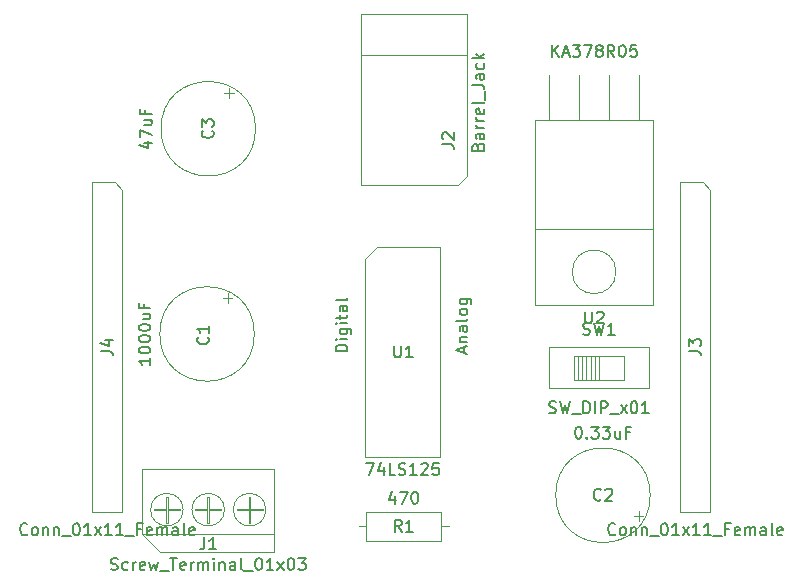
<source format=gbr>
G04 #@! TF.GenerationSoftware,KiCad,Pcbnew,(5.1.4)-1*
G04 #@! TF.CreationDate,2020-01-24T10:01:54+01:00*
G04 #@! TF.ProjectId,PCB_NeoPixel,5043425f-4e65-46f5-9069-78656c2e6b69,rev?*
G04 #@! TF.SameCoordinates,Original*
G04 #@! TF.FileFunction,Other,Fab,Top*
%FSLAX46Y46*%
G04 Gerber Fmt 4.6, Leading zero omitted, Abs format (unit mm)*
G04 Created by KiCad (PCBNEW (5.1.4)-1) date 2020-01-24 10:01:54*
%MOMM*%
%LPD*%
G04 APERTURE LIST*
%ADD10C,0.100000*%
%ADD11C,0.150000*%
G04 APERTURE END LIST*
D10*
X120853200Y-107238800D02*
X120853200Y-79298800D01*
X123393200Y-107238800D02*
X120853200Y-107238800D01*
X123393200Y-79933800D02*
X123393200Y-107238800D01*
X122758200Y-79298800D02*
X123393200Y-79933800D01*
X120853200Y-79298800D02*
X122758200Y-79298800D01*
X170637200Y-107238800D02*
X170637200Y-79298800D01*
X173177200Y-107238800D02*
X170637200Y-107238800D01*
X173177200Y-79933800D02*
X173177200Y-107238800D01*
X172542200Y-79298800D02*
X173177200Y-79933800D01*
X170637200Y-79298800D02*
X172542200Y-79298800D01*
X143967200Y-85797900D02*
X144967200Y-84797900D01*
X143967200Y-102577900D02*
X143967200Y-85797900D01*
X150317200Y-102577900D02*
X143967200Y-102577900D01*
X150317200Y-84797900D02*
X150317200Y-102577900D01*
X144967200Y-84797900D02*
X150317200Y-84797900D01*
X159478400Y-93271200D02*
X159478400Y-96771200D01*
X167978400Y-96771200D02*
X159478400Y-96771200D01*
X167978400Y-93271200D02*
X167978400Y-96771200D01*
X159478400Y-93271200D02*
X167978400Y-93271200D01*
X163378400Y-94021200D02*
X163378400Y-96021200D01*
X163028400Y-94021200D02*
X163028400Y-96021200D01*
X162678400Y-94021200D02*
X162678400Y-96021200D01*
X162328400Y-94021200D02*
X162328400Y-96021200D01*
X161978400Y-94021200D02*
X161978400Y-96021200D01*
X163728400Y-94021200D02*
X163728400Y-96021200D01*
X161628400Y-94021200D02*
X161628400Y-96021200D01*
X165828400Y-96021200D02*
X161628400Y-96021200D01*
X165828400Y-94021200D02*
X165828400Y-96021200D01*
X161628400Y-94021200D02*
X165828400Y-94021200D01*
X159512000Y-74053700D02*
X159512000Y-70243700D01*
X162052000Y-74053700D02*
X162052000Y-70243700D01*
X164592000Y-74053700D02*
X164592000Y-70243700D01*
X167132000Y-74053700D02*
X167132000Y-70243700D01*
X158322000Y-74053700D02*
X168322000Y-74053700D01*
X158322000Y-83303700D02*
X158322000Y-74053700D01*
X168322000Y-83303700D02*
X158322000Y-83303700D01*
X168322000Y-74053700D02*
X168322000Y-83303700D01*
X158322000Y-83303700D02*
X168322000Y-83303700D01*
X158322000Y-89703700D02*
X158322000Y-83303700D01*
X168322000Y-89703700D02*
X158322000Y-89703700D01*
X168322000Y-83303700D02*
X168322000Y-89703700D01*
X165172000Y-86903700D02*
G75*
G03X165172000Y-86903700I-1850000J0D01*
G01*
X143383000Y-108445300D02*
X144043000Y-108445300D01*
X151003000Y-108445300D02*
X150343000Y-108445300D01*
X144043000Y-109695300D02*
X150343000Y-109695300D01*
X144043000Y-107195300D02*
X144043000Y-109695300D01*
X150343000Y-107195300D02*
X144043000Y-107195300D01*
X150343000Y-109695300D02*
X150343000Y-107195300D01*
X152556600Y-78771000D02*
X152556600Y-65071000D01*
X143556600Y-79571000D02*
X151806600Y-79571000D01*
X143556600Y-65071000D02*
X143556600Y-79571000D01*
X152556600Y-65071000D02*
X143556600Y-65071000D01*
X152556600Y-68571000D02*
X143556600Y-68571000D01*
X152562025Y-78767787D02*
X151806600Y-79571000D01*
X133052400Y-107104600D02*
X133052400Y-106966600D01*
X134083400Y-107104600D02*
X133052400Y-107104600D01*
X134083400Y-108135600D02*
X134083400Y-107104600D01*
X134221400Y-108135600D02*
X134083400Y-108135600D01*
X134221400Y-107104600D02*
X134221400Y-108135600D01*
X135252400Y-107104600D02*
X134221400Y-107104600D01*
X135252400Y-106966600D02*
X135252400Y-107104600D01*
X134221400Y-106966600D02*
X135252400Y-106966600D01*
X134221400Y-105935600D02*
X134221400Y-106966600D01*
X134083400Y-105935600D02*
X134221400Y-105935600D01*
X134083400Y-106966600D02*
X134083400Y-105935600D01*
X133052400Y-106966600D02*
X134083400Y-106966600D01*
X129552400Y-107104600D02*
X129552400Y-106966600D01*
X130583400Y-107104600D02*
X129552400Y-107104600D01*
X130583400Y-108135600D02*
X130583400Y-107104600D01*
X130721400Y-108135600D02*
X130583400Y-108135600D01*
X130721400Y-107104600D02*
X130721400Y-108135600D01*
X131752400Y-107104600D02*
X130721400Y-107104600D01*
X131752400Y-106966600D02*
X131752400Y-107104600D01*
X130721400Y-106966600D02*
X131752400Y-106966600D01*
X130721400Y-105935600D02*
X130721400Y-106966600D01*
X130583400Y-105935600D02*
X130721400Y-105935600D01*
X130583400Y-106966600D02*
X130583400Y-105935600D01*
X129552400Y-106966600D02*
X130583400Y-106966600D01*
X126052400Y-107104600D02*
X126052400Y-106966600D01*
X127083400Y-107104600D02*
X126052400Y-107104600D01*
X127083400Y-108135600D02*
X127083400Y-107104600D01*
X127221400Y-108135600D02*
X127083400Y-108135600D01*
X127221400Y-107104600D02*
X127221400Y-108135600D01*
X128252400Y-107104600D02*
X127221400Y-107104600D01*
X128252400Y-106966600D02*
X128252400Y-107104600D01*
X127221400Y-106966600D02*
X128252400Y-106966600D01*
X127221400Y-105935600D02*
X127221400Y-106966600D01*
X127083400Y-105935600D02*
X127221400Y-105935600D01*
X127083400Y-106966600D02*
X127083400Y-105935600D01*
X126052400Y-106966600D02*
X127083400Y-106966600D01*
X125052400Y-109135600D02*
X136252400Y-109135600D01*
X125052400Y-109135600D02*
X125052400Y-103635600D01*
X126552400Y-110635600D02*
X125052400Y-109135600D01*
X136252400Y-110635600D02*
X126552400Y-110635600D01*
X136252400Y-103635600D02*
X136252400Y-110635600D01*
X125052400Y-103635600D02*
X136252400Y-103635600D01*
X135527400Y-107035600D02*
G75*
G03X135527400Y-107035600I-1375000J0D01*
G01*
X132027400Y-107035600D02*
G75*
G03X132027400Y-107035600I-1375000J0D01*
G01*
X128527400Y-107035600D02*
G75*
G03X128527400Y-107035600I-1375000J0D01*
G01*
X134657600Y-74788400D02*
G75*
G03X134657600Y-74788400I-4000000J0D01*
G01*
X132405100Y-71361641D02*
X132405100Y-72161641D01*
X132805100Y-71761641D02*
X132005100Y-71761641D01*
X167099959Y-107963900D02*
X167099959Y-107163900D01*
X167499959Y-107563900D02*
X166699959Y-107563900D01*
X168073200Y-105816400D02*
G75*
G03X168073200Y-105816400I-4000000J0D01*
G01*
X132703500Y-89135241D02*
X131903500Y-89135241D01*
X132303500Y-88735241D02*
X132303500Y-89535241D01*
X134556000Y-92162000D02*
G75*
G03X134556000Y-92162000I-4000000J0D01*
G01*
D11*
X115337485Y-109095942D02*
X115289866Y-109143561D01*
X115147009Y-109191180D01*
X115051771Y-109191180D01*
X114908914Y-109143561D01*
X114813676Y-109048323D01*
X114766057Y-108953085D01*
X114718438Y-108762609D01*
X114718438Y-108619752D01*
X114766057Y-108429276D01*
X114813676Y-108334038D01*
X114908914Y-108238800D01*
X115051771Y-108191180D01*
X115147009Y-108191180D01*
X115289866Y-108238800D01*
X115337485Y-108286419D01*
X115908914Y-109191180D02*
X115813676Y-109143561D01*
X115766057Y-109095942D01*
X115718438Y-109000704D01*
X115718438Y-108714990D01*
X115766057Y-108619752D01*
X115813676Y-108572133D01*
X115908914Y-108524514D01*
X116051771Y-108524514D01*
X116147009Y-108572133D01*
X116194628Y-108619752D01*
X116242247Y-108714990D01*
X116242247Y-109000704D01*
X116194628Y-109095942D01*
X116147009Y-109143561D01*
X116051771Y-109191180D01*
X115908914Y-109191180D01*
X116670819Y-108524514D02*
X116670819Y-109191180D01*
X116670819Y-108619752D02*
X116718438Y-108572133D01*
X116813676Y-108524514D01*
X116956533Y-108524514D01*
X117051771Y-108572133D01*
X117099390Y-108667371D01*
X117099390Y-109191180D01*
X117575580Y-108524514D02*
X117575580Y-109191180D01*
X117575580Y-108619752D02*
X117623200Y-108572133D01*
X117718438Y-108524514D01*
X117861295Y-108524514D01*
X117956533Y-108572133D01*
X118004152Y-108667371D01*
X118004152Y-109191180D01*
X118242247Y-109286419D02*
X119004152Y-109286419D01*
X119432723Y-108191180D02*
X119527961Y-108191180D01*
X119623200Y-108238800D01*
X119670819Y-108286419D01*
X119718438Y-108381657D01*
X119766057Y-108572133D01*
X119766057Y-108810228D01*
X119718438Y-109000704D01*
X119670819Y-109095942D01*
X119623200Y-109143561D01*
X119527961Y-109191180D01*
X119432723Y-109191180D01*
X119337485Y-109143561D01*
X119289866Y-109095942D01*
X119242247Y-109000704D01*
X119194628Y-108810228D01*
X119194628Y-108572133D01*
X119242247Y-108381657D01*
X119289866Y-108286419D01*
X119337485Y-108238800D01*
X119432723Y-108191180D01*
X120718438Y-109191180D02*
X120147009Y-109191180D01*
X120432723Y-109191180D02*
X120432723Y-108191180D01*
X120337485Y-108334038D01*
X120242247Y-108429276D01*
X120147009Y-108476895D01*
X121051771Y-109191180D02*
X121575580Y-108524514D01*
X121051771Y-108524514D02*
X121575580Y-109191180D01*
X122480342Y-109191180D02*
X121908914Y-109191180D01*
X122194628Y-109191180D02*
X122194628Y-108191180D01*
X122099390Y-108334038D01*
X122004152Y-108429276D01*
X121908914Y-108476895D01*
X123432723Y-109191180D02*
X122861295Y-109191180D01*
X123147009Y-109191180D02*
X123147009Y-108191180D01*
X123051771Y-108334038D01*
X122956533Y-108429276D01*
X122861295Y-108476895D01*
X123623200Y-109286419D02*
X124385104Y-109286419D01*
X124956533Y-108667371D02*
X124623200Y-108667371D01*
X124623200Y-109191180D02*
X124623200Y-108191180D01*
X125099390Y-108191180D01*
X125861295Y-109143561D02*
X125766057Y-109191180D01*
X125575580Y-109191180D01*
X125480342Y-109143561D01*
X125432723Y-109048323D01*
X125432723Y-108667371D01*
X125480342Y-108572133D01*
X125575580Y-108524514D01*
X125766057Y-108524514D01*
X125861295Y-108572133D01*
X125908914Y-108667371D01*
X125908914Y-108762609D01*
X125432723Y-108857847D01*
X126337485Y-109191180D02*
X126337485Y-108524514D01*
X126337485Y-108619752D02*
X126385104Y-108572133D01*
X126480342Y-108524514D01*
X126623200Y-108524514D01*
X126718438Y-108572133D01*
X126766057Y-108667371D01*
X126766057Y-109191180D01*
X126766057Y-108667371D02*
X126813676Y-108572133D01*
X126908914Y-108524514D01*
X127051771Y-108524514D01*
X127147009Y-108572133D01*
X127194628Y-108667371D01*
X127194628Y-109191180D01*
X128099390Y-109191180D02*
X128099390Y-108667371D01*
X128051771Y-108572133D01*
X127956533Y-108524514D01*
X127766057Y-108524514D01*
X127670819Y-108572133D01*
X128099390Y-109143561D02*
X128004152Y-109191180D01*
X127766057Y-109191180D01*
X127670819Y-109143561D01*
X127623200Y-109048323D01*
X127623200Y-108953085D01*
X127670819Y-108857847D01*
X127766057Y-108810228D01*
X128004152Y-108810228D01*
X128099390Y-108762609D01*
X128718438Y-109191180D02*
X128623200Y-109143561D01*
X128575580Y-109048323D01*
X128575580Y-108191180D01*
X129480342Y-109143561D02*
X129385104Y-109191180D01*
X129194628Y-109191180D01*
X129099390Y-109143561D01*
X129051771Y-109048323D01*
X129051771Y-108667371D01*
X129099390Y-108572133D01*
X129194628Y-108524514D01*
X129385104Y-108524514D01*
X129480342Y-108572133D01*
X129527961Y-108667371D01*
X129527961Y-108762609D01*
X129051771Y-108857847D01*
X121575580Y-93602133D02*
X122289866Y-93602133D01*
X122432723Y-93649752D01*
X122527961Y-93744990D01*
X122575580Y-93887847D01*
X122575580Y-93983085D01*
X121908914Y-92697371D02*
X122575580Y-92697371D01*
X121527961Y-92935466D02*
X122242247Y-93173561D01*
X122242247Y-92554514D01*
X165121485Y-109095942D02*
X165073866Y-109143561D01*
X164931009Y-109191180D01*
X164835771Y-109191180D01*
X164692914Y-109143561D01*
X164597676Y-109048323D01*
X164550057Y-108953085D01*
X164502438Y-108762609D01*
X164502438Y-108619752D01*
X164550057Y-108429276D01*
X164597676Y-108334038D01*
X164692914Y-108238800D01*
X164835771Y-108191180D01*
X164931009Y-108191180D01*
X165073866Y-108238800D01*
X165121485Y-108286419D01*
X165692914Y-109191180D02*
X165597676Y-109143561D01*
X165550057Y-109095942D01*
X165502438Y-109000704D01*
X165502438Y-108714990D01*
X165550057Y-108619752D01*
X165597676Y-108572133D01*
X165692914Y-108524514D01*
X165835771Y-108524514D01*
X165931009Y-108572133D01*
X165978628Y-108619752D01*
X166026247Y-108714990D01*
X166026247Y-109000704D01*
X165978628Y-109095942D01*
X165931009Y-109143561D01*
X165835771Y-109191180D01*
X165692914Y-109191180D01*
X166454819Y-108524514D02*
X166454819Y-109191180D01*
X166454819Y-108619752D02*
X166502438Y-108572133D01*
X166597676Y-108524514D01*
X166740533Y-108524514D01*
X166835771Y-108572133D01*
X166883390Y-108667371D01*
X166883390Y-109191180D01*
X167359580Y-108524514D02*
X167359580Y-109191180D01*
X167359580Y-108619752D02*
X167407200Y-108572133D01*
X167502438Y-108524514D01*
X167645295Y-108524514D01*
X167740533Y-108572133D01*
X167788152Y-108667371D01*
X167788152Y-109191180D01*
X168026247Y-109286419D02*
X168788152Y-109286419D01*
X169216723Y-108191180D02*
X169311961Y-108191180D01*
X169407200Y-108238800D01*
X169454819Y-108286419D01*
X169502438Y-108381657D01*
X169550057Y-108572133D01*
X169550057Y-108810228D01*
X169502438Y-109000704D01*
X169454819Y-109095942D01*
X169407200Y-109143561D01*
X169311961Y-109191180D01*
X169216723Y-109191180D01*
X169121485Y-109143561D01*
X169073866Y-109095942D01*
X169026247Y-109000704D01*
X168978628Y-108810228D01*
X168978628Y-108572133D01*
X169026247Y-108381657D01*
X169073866Y-108286419D01*
X169121485Y-108238800D01*
X169216723Y-108191180D01*
X170502438Y-109191180D02*
X169931009Y-109191180D01*
X170216723Y-109191180D02*
X170216723Y-108191180D01*
X170121485Y-108334038D01*
X170026247Y-108429276D01*
X169931009Y-108476895D01*
X170835771Y-109191180D02*
X171359580Y-108524514D01*
X170835771Y-108524514D02*
X171359580Y-109191180D01*
X172264342Y-109191180D02*
X171692914Y-109191180D01*
X171978628Y-109191180D02*
X171978628Y-108191180D01*
X171883390Y-108334038D01*
X171788152Y-108429276D01*
X171692914Y-108476895D01*
X173216723Y-109191180D02*
X172645295Y-109191180D01*
X172931009Y-109191180D02*
X172931009Y-108191180D01*
X172835771Y-108334038D01*
X172740533Y-108429276D01*
X172645295Y-108476895D01*
X173407200Y-109286419D02*
X174169104Y-109286419D01*
X174740533Y-108667371D02*
X174407200Y-108667371D01*
X174407200Y-109191180D02*
X174407200Y-108191180D01*
X174883390Y-108191180D01*
X175645295Y-109143561D02*
X175550057Y-109191180D01*
X175359580Y-109191180D01*
X175264342Y-109143561D01*
X175216723Y-109048323D01*
X175216723Y-108667371D01*
X175264342Y-108572133D01*
X175359580Y-108524514D01*
X175550057Y-108524514D01*
X175645295Y-108572133D01*
X175692914Y-108667371D01*
X175692914Y-108762609D01*
X175216723Y-108857847D01*
X176121485Y-109191180D02*
X176121485Y-108524514D01*
X176121485Y-108619752D02*
X176169104Y-108572133D01*
X176264342Y-108524514D01*
X176407200Y-108524514D01*
X176502438Y-108572133D01*
X176550057Y-108667371D01*
X176550057Y-109191180D01*
X176550057Y-108667371D02*
X176597676Y-108572133D01*
X176692914Y-108524514D01*
X176835771Y-108524514D01*
X176931009Y-108572133D01*
X176978628Y-108667371D01*
X176978628Y-109191180D01*
X177883390Y-109191180D02*
X177883390Y-108667371D01*
X177835771Y-108572133D01*
X177740533Y-108524514D01*
X177550057Y-108524514D01*
X177454819Y-108572133D01*
X177883390Y-109143561D02*
X177788152Y-109191180D01*
X177550057Y-109191180D01*
X177454819Y-109143561D01*
X177407200Y-109048323D01*
X177407200Y-108953085D01*
X177454819Y-108857847D01*
X177550057Y-108810228D01*
X177788152Y-108810228D01*
X177883390Y-108762609D01*
X178502438Y-109191180D02*
X178407200Y-109143561D01*
X178359580Y-109048323D01*
X178359580Y-108191180D01*
X179264342Y-109143561D02*
X179169104Y-109191180D01*
X178978628Y-109191180D01*
X178883390Y-109143561D01*
X178835771Y-109048323D01*
X178835771Y-108667371D01*
X178883390Y-108572133D01*
X178978628Y-108524514D01*
X179169104Y-108524514D01*
X179264342Y-108572133D01*
X179311961Y-108667371D01*
X179311961Y-108762609D01*
X178835771Y-108857847D01*
X171359580Y-93602133D02*
X172073866Y-93602133D01*
X172216723Y-93649752D01*
X172311961Y-93744990D01*
X172359580Y-93887847D01*
X172359580Y-93983085D01*
X171359580Y-93221180D02*
X171359580Y-92602133D01*
X171740533Y-92935466D01*
X171740533Y-92792609D01*
X171788152Y-92697371D01*
X171835771Y-92649752D01*
X171931009Y-92602133D01*
X172169104Y-92602133D01*
X172264342Y-92649752D01*
X172311961Y-92697371D01*
X172359580Y-92792609D01*
X172359580Y-93078323D01*
X172311961Y-93173561D01*
X172264342Y-93221180D01*
X144023152Y-103090280D02*
X144689819Y-103090280D01*
X144261247Y-104090280D01*
X145499342Y-103423614D02*
X145499342Y-104090280D01*
X145261247Y-103042661D02*
X145023152Y-103756947D01*
X145642200Y-103756947D01*
X146499342Y-104090280D02*
X146023152Y-104090280D01*
X146023152Y-103090280D01*
X146785057Y-104042661D02*
X146927914Y-104090280D01*
X147166009Y-104090280D01*
X147261247Y-104042661D01*
X147308866Y-103995042D01*
X147356485Y-103899804D01*
X147356485Y-103804566D01*
X147308866Y-103709328D01*
X147261247Y-103661709D01*
X147166009Y-103614090D01*
X146975533Y-103566471D01*
X146880295Y-103518852D01*
X146832676Y-103471233D01*
X146785057Y-103375995D01*
X146785057Y-103280757D01*
X146832676Y-103185519D01*
X146880295Y-103137900D01*
X146975533Y-103090280D01*
X147213628Y-103090280D01*
X147356485Y-103137900D01*
X148308866Y-104090280D02*
X147737438Y-104090280D01*
X148023152Y-104090280D02*
X148023152Y-103090280D01*
X147927914Y-103233138D01*
X147832676Y-103328376D01*
X147737438Y-103375995D01*
X148689819Y-103185519D02*
X148737438Y-103137900D01*
X148832676Y-103090280D01*
X149070771Y-103090280D01*
X149166009Y-103137900D01*
X149213628Y-103185519D01*
X149261247Y-103280757D01*
X149261247Y-103375995D01*
X149213628Y-103518852D01*
X148642200Y-104090280D01*
X149261247Y-104090280D01*
X150166009Y-103090280D02*
X149689819Y-103090280D01*
X149642200Y-103566471D01*
X149689819Y-103518852D01*
X149785057Y-103471233D01*
X150023152Y-103471233D01*
X150118390Y-103518852D01*
X150166009Y-103566471D01*
X150213628Y-103661709D01*
X150213628Y-103899804D01*
X150166009Y-103995042D01*
X150118390Y-104042661D01*
X150023152Y-104090280D01*
X149785057Y-104090280D01*
X149689819Y-104042661D01*
X149642200Y-103995042D01*
X146380295Y-93140280D02*
X146380295Y-93949804D01*
X146427914Y-94045042D01*
X146475533Y-94092661D01*
X146570771Y-94140280D01*
X146761247Y-94140280D01*
X146856485Y-94092661D01*
X146904104Y-94045042D01*
X146951723Y-93949804D01*
X146951723Y-93140280D01*
X147951723Y-94140280D02*
X147380295Y-94140280D01*
X147666009Y-94140280D02*
X147666009Y-93140280D01*
X147570771Y-93283138D01*
X147475533Y-93378376D01*
X147380295Y-93425995D01*
X159514114Y-98825961D02*
X159656971Y-98873580D01*
X159895066Y-98873580D01*
X159990304Y-98825961D01*
X160037923Y-98778342D01*
X160085542Y-98683104D01*
X160085542Y-98587866D01*
X160037923Y-98492628D01*
X159990304Y-98445009D01*
X159895066Y-98397390D01*
X159704590Y-98349771D01*
X159609352Y-98302152D01*
X159561733Y-98254533D01*
X159514114Y-98159295D01*
X159514114Y-98064057D01*
X159561733Y-97968819D01*
X159609352Y-97921200D01*
X159704590Y-97873580D01*
X159942685Y-97873580D01*
X160085542Y-97921200D01*
X160418876Y-97873580D02*
X160656971Y-98873580D01*
X160847447Y-98159295D01*
X161037923Y-98873580D01*
X161276019Y-97873580D01*
X161418876Y-98968819D02*
X162180780Y-98968819D01*
X162418876Y-98873580D02*
X162418876Y-97873580D01*
X162656971Y-97873580D01*
X162799828Y-97921200D01*
X162895066Y-98016438D01*
X162942685Y-98111676D01*
X162990304Y-98302152D01*
X162990304Y-98445009D01*
X162942685Y-98635485D01*
X162895066Y-98730723D01*
X162799828Y-98825961D01*
X162656971Y-98873580D01*
X162418876Y-98873580D01*
X163418876Y-98873580D02*
X163418876Y-97873580D01*
X163895066Y-98873580D02*
X163895066Y-97873580D01*
X164276019Y-97873580D01*
X164371257Y-97921200D01*
X164418876Y-97968819D01*
X164466495Y-98064057D01*
X164466495Y-98206914D01*
X164418876Y-98302152D01*
X164371257Y-98349771D01*
X164276019Y-98397390D01*
X163895066Y-98397390D01*
X164656971Y-98968819D02*
X165418876Y-98968819D01*
X165561733Y-98873580D02*
X166085542Y-98206914D01*
X165561733Y-98206914D02*
X166085542Y-98873580D01*
X166656971Y-97873580D02*
X166752209Y-97873580D01*
X166847447Y-97921200D01*
X166895066Y-97968819D01*
X166942685Y-98064057D01*
X166990304Y-98254533D01*
X166990304Y-98492628D01*
X166942685Y-98683104D01*
X166895066Y-98778342D01*
X166847447Y-98825961D01*
X166752209Y-98873580D01*
X166656971Y-98873580D01*
X166561733Y-98825961D01*
X166514114Y-98778342D01*
X166466495Y-98683104D01*
X166418876Y-98492628D01*
X166418876Y-98254533D01*
X166466495Y-98064057D01*
X166514114Y-97968819D01*
X166561733Y-97921200D01*
X166656971Y-97873580D01*
X167942685Y-98873580D02*
X167371257Y-98873580D01*
X167656971Y-98873580D02*
X167656971Y-97873580D01*
X167561733Y-98016438D01*
X167466495Y-98111676D01*
X167371257Y-98159295D01*
X162395066Y-92175961D02*
X162537923Y-92223580D01*
X162776019Y-92223580D01*
X162871257Y-92175961D01*
X162918876Y-92128342D01*
X162966495Y-92033104D01*
X162966495Y-91937866D01*
X162918876Y-91842628D01*
X162871257Y-91795009D01*
X162776019Y-91747390D01*
X162585542Y-91699771D01*
X162490304Y-91652152D01*
X162442685Y-91604533D01*
X162395066Y-91509295D01*
X162395066Y-91414057D01*
X162442685Y-91318819D01*
X162490304Y-91271200D01*
X162585542Y-91223580D01*
X162823638Y-91223580D01*
X162966495Y-91271200D01*
X163299828Y-91223580D02*
X163537923Y-92223580D01*
X163728400Y-91509295D01*
X163918876Y-92223580D01*
X164156971Y-91223580D01*
X165061733Y-92223580D02*
X164490304Y-92223580D01*
X164776019Y-92223580D02*
X164776019Y-91223580D01*
X164680780Y-91366438D01*
X164585542Y-91461676D01*
X164490304Y-91509295D01*
X159750571Y-68696080D02*
X159750571Y-67696080D01*
X160322000Y-68696080D02*
X159893428Y-68124652D01*
X160322000Y-67696080D02*
X159750571Y-68267509D01*
X160702952Y-68410366D02*
X161179142Y-68410366D01*
X160607714Y-68696080D02*
X160941047Y-67696080D01*
X161274380Y-68696080D01*
X161512476Y-67696080D02*
X162131523Y-67696080D01*
X161798190Y-68077033D01*
X161941047Y-68077033D01*
X162036285Y-68124652D01*
X162083904Y-68172271D01*
X162131523Y-68267509D01*
X162131523Y-68505604D01*
X162083904Y-68600842D01*
X162036285Y-68648461D01*
X161941047Y-68696080D01*
X161655333Y-68696080D01*
X161560095Y-68648461D01*
X161512476Y-68600842D01*
X162464857Y-67696080D02*
X163131523Y-67696080D01*
X162702952Y-68696080D01*
X163655333Y-68124652D02*
X163560095Y-68077033D01*
X163512476Y-68029414D01*
X163464857Y-67934176D01*
X163464857Y-67886557D01*
X163512476Y-67791319D01*
X163560095Y-67743700D01*
X163655333Y-67696080D01*
X163845809Y-67696080D01*
X163941047Y-67743700D01*
X163988666Y-67791319D01*
X164036285Y-67886557D01*
X164036285Y-67934176D01*
X163988666Y-68029414D01*
X163941047Y-68077033D01*
X163845809Y-68124652D01*
X163655333Y-68124652D01*
X163560095Y-68172271D01*
X163512476Y-68219890D01*
X163464857Y-68315128D01*
X163464857Y-68505604D01*
X163512476Y-68600842D01*
X163560095Y-68648461D01*
X163655333Y-68696080D01*
X163845809Y-68696080D01*
X163941047Y-68648461D01*
X163988666Y-68600842D01*
X164036285Y-68505604D01*
X164036285Y-68315128D01*
X163988666Y-68219890D01*
X163941047Y-68172271D01*
X163845809Y-68124652D01*
X165036285Y-68696080D02*
X164702952Y-68219890D01*
X164464857Y-68696080D02*
X164464857Y-67696080D01*
X164845809Y-67696080D01*
X164941047Y-67743700D01*
X164988666Y-67791319D01*
X165036285Y-67886557D01*
X165036285Y-68029414D01*
X164988666Y-68124652D01*
X164941047Y-68172271D01*
X164845809Y-68219890D01*
X164464857Y-68219890D01*
X165655333Y-67696080D02*
X165750571Y-67696080D01*
X165845809Y-67743700D01*
X165893428Y-67791319D01*
X165941047Y-67886557D01*
X165988666Y-68077033D01*
X165988666Y-68315128D01*
X165941047Y-68505604D01*
X165893428Y-68600842D01*
X165845809Y-68648461D01*
X165750571Y-68696080D01*
X165655333Y-68696080D01*
X165560095Y-68648461D01*
X165512476Y-68600842D01*
X165464857Y-68505604D01*
X165417238Y-68315128D01*
X165417238Y-68077033D01*
X165464857Y-67886557D01*
X165512476Y-67791319D01*
X165560095Y-67743700D01*
X165655333Y-67696080D01*
X166893428Y-67696080D02*
X166417238Y-67696080D01*
X166369619Y-68172271D01*
X166417238Y-68124652D01*
X166512476Y-68077033D01*
X166750571Y-68077033D01*
X166845809Y-68124652D01*
X166893428Y-68172271D01*
X166941047Y-68267509D01*
X166941047Y-68505604D01*
X166893428Y-68600842D01*
X166845809Y-68648461D01*
X166750571Y-68696080D01*
X166512476Y-68696080D01*
X166417238Y-68648461D01*
X166369619Y-68600842D01*
X162560095Y-90276080D02*
X162560095Y-91085604D01*
X162607714Y-91180842D01*
X162655333Y-91228461D01*
X162750571Y-91276080D01*
X162941047Y-91276080D01*
X163036285Y-91228461D01*
X163083904Y-91180842D01*
X163131523Y-91085604D01*
X163131523Y-90276080D01*
X163560095Y-90371319D02*
X163607714Y-90323700D01*
X163702952Y-90276080D01*
X163941047Y-90276080D01*
X164036285Y-90323700D01*
X164083904Y-90371319D01*
X164131523Y-90466557D01*
X164131523Y-90561795D01*
X164083904Y-90704652D01*
X163512476Y-91276080D01*
X164131523Y-91276080D01*
X146431095Y-105861014D02*
X146431095Y-106527680D01*
X146193000Y-105480061D02*
X145954904Y-106194347D01*
X146573952Y-106194347D01*
X146859666Y-105527680D02*
X147526333Y-105527680D01*
X147097761Y-106527680D01*
X148097761Y-105527680D02*
X148193000Y-105527680D01*
X148288238Y-105575300D01*
X148335857Y-105622919D01*
X148383476Y-105718157D01*
X148431095Y-105908633D01*
X148431095Y-106146728D01*
X148383476Y-106337204D01*
X148335857Y-106432442D01*
X148288238Y-106480061D01*
X148193000Y-106527680D01*
X148097761Y-106527680D01*
X148002523Y-106480061D01*
X147954904Y-106432442D01*
X147907285Y-106337204D01*
X147859666Y-106146728D01*
X147859666Y-105908633D01*
X147907285Y-105718157D01*
X147954904Y-105622919D01*
X148002523Y-105575300D01*
X148097761Y-105527680D01*
X147026333Y-108897680D02*
X146693000Y-108421490D01*
X146454904Y-108897680D02*
X146454904Y-107897680D01*
X146835857Y-107897680D01*
X146931095Y-107945300D01*
X146978714Y-107992919D01*
X147026333Y-108088157D01*
X147026333Y-108231014D01*
X146978714Y-108326252D01*
X146931095Y-108373871D01*
X146835857Y-108421490D01*
X146454904Y-108421490D01*
X147978714Y-108897680D02*
X147407285Y-108897680D01*
X147693000Y-108897680D02*
X147693000Y-107897680D01*
X147597761Y-108040538D01*
X147502523Y-108135776D01*
X147407285Y-108183395D01*
X153485171Y-76309095D02*
X153532790Y-76166238D01*
X153580409Y-76118619D01*
X153675647Y-76071000D01*
X153818504Y-76071000D01*
X153913742Y-76118619D01*
X153961361Y-76166238D01*
X154008980Y-76261476D01*
X154008980Y-76642428D01*
X153008980Y-76642428D01*
X153008980Y-76309095D01*
X153056600Y-76213857D01*
X153104219Y-76166238D01*
X153199457Y-76118619D01*
X153294695Y-76118619D01*
X153389933Y-76166238D01*
X153437552Y-76213857D01*
X153485171Y-76309095D01*
X153485171Y-76642428D01*
X154008980Y-75213857D02*
X153485171Y-75213857D01*
X153389933Y-75261476D01*
X153342314Y-75356714D01*
X153342314Y-75547190D01*
X153389933Y-75642428D01*
X153961361Y-75213857D02*
X154008980Y-75309095D01*
X154008980Y-75547190D01*
X153961361Y-75642428D01*
X153866123Y-75690047D01*
X153770885Y-75690047D01*
X153675647Y-75642428D01*
X153628028Y-75547190D01*
X153628028Y-75309095D01*
X153580409Y-75213857D01*
X154008980Y-74737666D02*
X153342314Y-74737666D01*
X153532790Y-74737666D02*
X153437552Y-74690047D01*
X153389933Y-74642428D01*
X153342314Y-74547190D01*
X153342314Y-74451952D01*
X154008980Y-74118619D02*
X153342314Y-74118619D01*
X153532790Y-74118619D02*
X153437552Y-74071000D01*
X153389933Y-74023380D01*
X153342314Y-73928142D01*
X153342314Y-73832904D01*
X153961361Y-73118619D02*
X154008980Y-73213857D01*
X154008980Y-73404333D01*
X153961361Y-73499571D01*
X153866123Y-73547190D01*
X153485171Y-73547190D01*
X153389933Y-73499571D01*
X153342314Y-73404333D01*
X153342314Y-73213857D01*
X153389933Y-73118619D01*
X153485171Y-73071000D01*
X153580409Y-73071000D01*
X153675647Y-73547190D01*
X154008980Y-72499571D02*
X153961361Y-72594809D01*
X153866123Y-72642428D01*
X153008980Y-72642428D01*
X154104219Y-72356714D02*
X154104219Y-71594809D01*
X153008980Y-71071000D02*
X153723266Y-71071000D01*
X153866123Y-71118619D01*
X153961361Y-71213857D01*
X154008980Y-71356714D01*
X154008980Y-71451952D01*
X154008980Y-70166238D02*
X153485171Y-70166238D01*
X153389933Y-70213857D01*
X153342314Y-70309095D01*
X153342314Y-70499571D01*
X153389933Y-70594809D01*
X153961361Y-70166238D02*
X154008980Y-70261476D01*
X154008980Y-70499571D01*
X153961361Y-70594809D01*
X153866123Y-70642428D01*
X153770885Y-70642428D01*
X153675647Y-70594809D01*
X153628028Y-70499571D01*
X153628028Y-70261476D01*
X153580409Y-70166238D01*
X153961361Y-69261476D02*
X154008980Y-69356714D01*
X154008980Y-69547190D01*
X153961361Y-69642428D01*
X153913742Y-69690047D01*
X153818504Y-69737666D01*
X153532790Y-69737666D01*
X153437552Y-69690047D01*
X153389933Y-69642428D01*
X153342314Y-69547190D01*
X153342314Y-69356714D01*
X153389933Y-69261476D01*
X154008980Y-68832904D02*
X153008980Y-68832904D01*
X153628028Y-68737666D02*
X154008980Y-68451952D01*
X153342314Y-68451952D02*
X153723266Y-68832904D01*
X150458980Y-76104333D02*
X151173266Y-76104333D01*
X151316123Y-76151952D01*
X151411361Y-76247190D01*
X151458980Y-76390047D01*
X151458980Y-76485285D01*
X150554219Y-75675761D02*
X150506600Y-75628142D01*
X150458980Y-75532904D01*
X150458980Y-75294809D01*
X150506600Y-75199571D01*
X150554219Y-75151952D01*
X150649457Y-75104333D01*
X150744695Y-75104333D01*
X150887552Y-75151952D01*
X151458980Y-75723380D01*
X151458980Y-75104333D01*
X122414304Y-112100361D02*
X122557161Y-112147980D01*
X122795257Y-112147980D01*
X122890495Y-112100361D01*
X122938114Y-112052742D01*
X122985733Y-111957504D01*
X122985733Y-111862266D01*
X122938114Y-111767028D01*
X122890495Y-111719409D01*
X122795257Y-111671790D01*
X122604780Y-111624171D01*
X122509542Y-111576552D01*
X122461923Y-111528933D01*
X122414304Y-111433695D01*
X122414304Y-111338457D01*
X122461923Y-111243219D01*
X122509542Y-111195600D01*
X122604780Y-111147980D01*
X122842876Y-111147980D01*
X122985733Y-111195600D01*
X123842876Y-112100361D02*
X123747638Y-112147980D01*
X123557161Y-112147980D01*
X123461923Y-112100361D01*
X123414304Y-112052742D01*
X123366685Y-111957504D01*
X123366685Y-111671790D01*
X123414304Y-111576552D01*
X123461923Y-111528933D01*
X123557161Y-111481314D01*
X123747638Y-111481314D01*
X123842876Y-111528933D01*
X124271447Y-112147980D02*
X124271447Y-111481314D01*
X124271447Y-111671790D02*
X124319066Y-111576552D01*
X124366685Y-111528933D01*
X124461923Y-111481314D01*
X124557161Y-111481314D01*
X125271447Y-112100361D02*
X125176209Y-112147980D01*
X124985733Y-112147980D01*
X124890495Y-112100361D01*
X124842876Y-112005123D01*
X124842876Y-111624171D01*
X124890495Y-111528933D01*
X124985733Y-111481314D01*
X125176209Y-111481314D01*
X125271447Y-111528933D01*
X125319066Y-111624171D01*
X125319066Y-111719409D01*
X124842876Y-111814647D01*
X125652400Y-111481314D02*
X125842876Y-112147980D01*
X126033352Y-111671790D01*
X126223828Y-112147980D01*
X126414304Y-111481314D01*
X126557161Y-112243219D02*
X127319066Y-112243219D01*
X127414304Y-111147980D02*
X127985733Y-111147980D01*
X127700019Y-112147980D02*
X127700019Y-111147980D01*
X128700019Y-112100361D02*
X128604780Y-112147980D01*
X128414304Y-112147980D01*
X128319066Y-112100361D01*
X128271447Y-112005123D01*
X128271447Y-111624171D01*
X128319066Y-111528933D01*
X128414304Y-111481314D01*
X128604780Y-111481314D01*
X128700019Y-111528933D01*
X128747638Y-111624171D01*
X128747638Y-111719409D01*
X128271447Y-111814647D01*
X129176209Y-112147980D02*
X129176209Y-111481314D01*
X129176209Y-111671790D02*
X129223828Y-111576552D01*
X129271447Y-111528933D01*
X129366685Y-111481314D01*
X129461923Y-111481314D01*
X129795257Y-112147980D02*
X129795257Y-111481314D01*
X129795257Y-111576552D02*
X129842876Y-111528933D01*
X129938114Y-111481314D01*
X130080971Y-111481314D01*
X130176209Y-111528933D01*
X130223828Y-111624171D01*
X130223828Y-112147980D01*
X130223828Y-111624171D02*
X130271447Y-111528933D01*
X130366685Y-111481314D01*
X130509542Y-111481314D01*
X130604780Y-111528933D01*
X130652400Y-111624171D01*
X130652400Y-112147980D01*
X131128590Y-112147980D02*
X131128590Y-111481314D01*
X131128590Y-111147980D02*
X131080971Y-111195600D01*
X131128590Y-111243219D01*
X131176209Y-111195600D01*
X131128590Y-111147980D01*
X131128590Y-111243219D01*
X131604780Y-111481314D02*
X131604780Y-112147980D01*
X131604780Y-111576552D02*
X131652400Y-111528933D01*
X131747638Y-111481314D01*
X131890495Y-111481314D01*
X131985733Y-111528933D01*
X132033352Y-111624171D01*
X132033352Y-112147980D01*
X132938114Y-112147980D02*
X132938114Y-111624171D01*
X132890495Y-111528933D01*
X132795257Y-111481314D01*
X132604780Y-111481314D01*
X132509542Y-111528933D01*
X132938114Y-112100361D02*
X132842876Y-112147980D01*
X132604780Y-112147980D01*
X132509542Y-112100361D01*
X132461923Y-112005123D01*
X132461923Y-111909885D01*
X132509542Y-111814647D01*
X132604780Y-111767028D01*
X132842876Y-111767028D01*
X132938114Y-111719409D01*
X133557161Y-112147980D02*
X133461923Y-112100361D01*
X133414304Y-112005123D01*
X133414304Y-111147980D01*
X133700019Y-112243219D02*
X134461923Y-112243219D01*
X134890495Y-111147980D02*
X134985733Y-111147980D01*
X135080971Y-111195600D01*
X135128590Y-111243219D01*
X135176209Y-111338457D01*
X135223828Y-111528933D01*
X135223828Y-111767028D01*
X135176209Y-111957504D01*
X135128590Y-112052742D01*
X135080971Y-112100361D01*
X134985733Y-112147980D01*
X134890495Y-112147980D01*
X134795257Y-112100361D01*
X134747638Y-112052742D01*
X134700019Y-111957504D01*
X134652400Y-111767028D01*
X134652400Y-111528933D01*
X134700019Y-111338457D01*
X134747638Y-111243219D01*
X134795257Y-111195600D01*
X134890495Y-111147980D01*
X136176209Y-112147980D02*
X135604780Y-112147980D01*
X135890495Y-112147980D02*
X135890495Y-111147980D01*
X135795257Y-111290838D01*
X135700019Y-111386076D01*
X135604780Y-111433695D01*
X136509542Y-112147980D02*
X137033352Y-111481314D01*
X136509542Y-111481314D02*
X137033352Y-112147980D01*
X137604780Y-111147980D02*
X137700019Y-111147980D01*
X137795257Y-111195600D01*
X137842876Y-111243219D01*
X137890495Y-111338457D01*
X137938114Y-111528933D01*
X137938114Y-111767028D01*
X137890495Y-111957504D01*
X137842876Y-112052742D01*
X137795257Y-112100361D01*
X137700019Y-112147980D01*
X137604780Y-112147980D01*
X137509542Y-112100361D01*
X137461923Y-112052742D01*
X137414304Y-111957504D01*
X137366685Y-111767028D01*
X137366685Y-111528933D01*
X137414304Y-111338457D01*
X137461923Y-111243219D01*
X137509542Y-111195600D01*
X137604780Y-111147980D01*
X138271447Y-111147980D02*
X138890495Y-111147980D01*
X138557161Y-111528933D01*
X138700019Y-111528933D01*
X138795257Y-111576552D01*
X138842876Y-111624171D01*
X138890495Y-111719409D01*
X138890495Y-111957504D01*
X138842876Y-112052742D01*
X138795257Y-112100361D01*
X138700019Y-112147980D01*
X138414304Y-112147980D01*
X138319066Y-112100361D01*
X138271447Y-112052742D01*
X130319066Y-109387980D02*
X130319066Y-110102266D01*
X130271447Y-110245123D01*
X130176209Y-110340361D01*
X130033352Y-110387980D01*
X129938114Y-110387980D01*
X131319066Y-110387980D02*
X130747638Y-110387980D01*
X131033352Y-110387980D02*
X131033352Y-109387980D01*
X130938114Y-109530838D01*
X130842876Y-109626076D01*
X130747638Y-109673695D01*
X125193314Y-75955066D02*
X125859980Y-75955066D01*
X124812361Y-76193161D02*
X125526647Y-76431257D01*
X125526647Y-75812209D01*
X124859980Y-75526495D02*
X124859980Y-74859828D01*
X125859980Y-75288400D01*
X125193314Y-74050304D02*
X125859980Y-74050304D01*
X125193314Y-74478876D02*
X125717123Y-74478876D01*
X125812361Y-74431257D01*
X125859980Y-74336019D01*
X125859980Y-74193161D01*
X125812361Y-74097923D01*
X125764742Y-74050304D01*
X125336171Y-73240780D02*
X125336171Y-73574114D01*
X125859980Y-73574114D02*
X124859980Y-73574114D01*
X124859980Y-73097923D01*
X131014742Y-74955066D02*
X131062361Y-75002685D01*
X131109980Y-75145542D01*
X131109980Y-75240780D01*
X131062361Y-75383638D01*
X130967123Y-75478876D01*
X130871885Y-75526495D01*
X130681409Y-75574114D01*
X130538552Y-75574114D01*
X130348076Y-75526495D01*
X130252838Y-75478876D01*
X130157600Y-75383638D01*
X130109980Y-75240780D01*
X130109980Y-75145542D01*
X130157600Y-75002685D01*
X130205219Y-74955066D01*
X130109980Y-74621733D02*
X130109980Y-74002685D01*
X130490933Y-74336019D01*
X130490933Y-74193161D01*
X130538552Y-74097923D01*
X130586171Y-74050304D01*
X130681409Y-74002685D01*
X130919504Y-74002685D01*
X131014742Y-74050304D01*
X131062361Y-74097923D01*
X131109980Y-74193161D01*
X131109980Y-74478876D01*
X131062361Y-74574114D01*
X131014742Y-74621733D01*
X161954152Y-100018780D02*
X162049390Y-100018780D01*
X162144628Y-100066400D01*
X162192247Y-100114019D01*
X162239866Y-100209257D01*
X162287485Y-100399733D01*
X162287485Y-100637828D01*
X162239866Y-100828304D01*
X162192247Y-100923542D01*
X162144628Y-100971161D01*
X162049390Y-101018780D01*
X161954152Y-101018780D01*
X161858914Y-100971161D01*
X161811295Y-100923542D01*
X161763676Y-100828304D01*
X161716057Y-100637828D01*
X161716057Y-100399733D01*
X161763676Y-100209257D01*
X161811295Y-100114019D01*
X161858914Y-100066400D01*
X161954152Y-100018780D01*
X162716057Y-100923542D02*
X162763676Y-100971161D01*
X162716057Y-101018780D01*
X162668438Y-100971161D01*
X162716057Y-100923542D01*
X162716057Y-101018780D01*
X163097009Y-100018780D02*
X163716057Y-100018780D01*
X163382723Y-100399733D01*
X163525580Y-100399733D01*
X163620819Y-100447352D01*
X163668438Y-100494971D01*
X163716057Y-100590209D01*
X163716057Y-100828304D01*
X163668438Y-100923542D01*
X163620819Y-100971161D01*
X163525580Y-101018780D01*
X163239866Y-101018780D01*
X163144628Y-100971161D01*
X163097009Y-100923542D01*
X164049390Y-100018780D02*
X164668438Y-100018780D01*
X164335104Y-100399733D01*
X164477961Y-100399733D01*
X164573200Y-100447352D01*
X164620819Y-100494971D01*
X164668438Y-100590209D01*
X164668438Y-100828304D01*
X164620819Y-100923542D01*
X164573200Y-100971161D01*
X164477961Y-101018780D01*
X164192247Y-101018780D01*
X164097009Y-100971161D01*
X164049390Y-100923542D01*
X165525580Y-100352114D02*
X165525580Y-101018780D01*
X165097009Y-100352114D02*
X165097009Y-100875923D01*
X165144628Y-100971161D01*
X165239866Y-101018780D01*
X165382723Y-101018780D01*
X165477961Y-100971161D01*
X165525580Y-100923542D01*
X166335104Y-100494971D02*
X166001771Y-100494971D01*
X166001771Y-101018780D02*
X166001771Y-100018780D01*
X166477961Y-100018780D01*
X163906533Y-106173542D02*
X163858914Y-106221161D01*
X163716057Y-106268780D01*
X163620819Y-106268780D01*
X163477961Y-106221161D01*
X163382723Y-106125923D01*
X163335104Y-106030685D01*
X163287485Y-105840209D01*
X163287485Y-105697352D01*
X163335104Y-105506876D01*
X163382723Y-105411638D01*
X163477961Y-105316400D01*
X163620819Y-105268780D01*
X163716057Y-105268780D01*
X163858914Y-105316400D01*
X163906533Y-105364019D01*
X164287485Y-105364019D02*
X164335104Y-105316400D01*
X164430342Y-105268780D01*
X164668438Y-105268780D01*
X164763676Y-105316400D01*
X164811295Y-105364019D01*
X164858914Y-105459257D01*
X164858914Y-105554495D01*
X164811295Y-105697352D01*
X164239866Y-106268780D01*
X164858914Y-106268780D01*
X125758380Y-94185809D02*
X125758380Y-94757238D01*
X125758380Y-94471523D02*
X124758380Y-94471523D01*
X124901238Y-94566761D01*
X124996476Y-94662000D01*
X125044095Y-94757238D01*
X124758380Y-93566761D02*
X124758380Y-93471523D01*
X124806000Y-93376285D01*
X124853619Y-93328666D01*
X124948857Y-93281047D01*
X125139333Y-93233428D01*
X125377428Y-93233428D01*
X125567904Y-93281047D01*
X125663142Y-93328666D01*
X125710761Y-93376285D01*
X125758380Y-93471523D01*
X125758380Y-93566761D01*
X125710761Y-93662000D01*
X125663142Y-93709619D01*
X125567904Y-93757238D01*
X125377428Y-93804857D01*
X125139333Y-93804857D01*
X124948857Y-93757238D01*
X124853619Y-93709619D01*
X124806000Y-93662000D01*
X124758380Y-93566761D01*
X124758380Y-92614380D02*
X124758380Y-92519142D01*
X124806000Y-92423904D01*
X124853619Y-92376285D01*
X124948857Y-92328666D01*
X125139333Y-92281047D01*
X125377428Y-92281047D01*
X125567904Y-92328666D01*
X125663142Y-92376285D01*
X125710761Y-92423904D01*
X125758380Y-92519142D01*
X125758380Y-92614380D01*
X125710761Y-92709619D01*
X125663142Y-92757238D01*
X125567904Y-92804857D01*
X125377428Y-92852476D01*
X125139333Y-92852476D01*
X124948857Y-92804857D01*
X124853619Y-92757238D01*
X124806000Y-92709619D01*
X124758380Y-92614380D01*
X124758380Y-91662000D02*
X124758380Y-91566761D01*
X124806000Y-91471523D01*
X124853619Y-91423904D01*
X124948857Y-91376285D01*
X125139333Y-91328666D01*
X125377428Y-91328666D01*
X125567904Y-91376285D01*
X125663142Y-91423904D01*
X125710761Y-91471523D01*
X125758380Y-91566761D01*
X125758380Y-91662000D01*
X125710761Y-91757238D01*
X125663142Y-91804857D01*
X125567904Y-91852476D01*
X125377428Y-91900095D01*
X125139333Y-91900095D01*
X124948857Y-91852476D01*
X124853619Y-91804857D01*
X124806000Y-91757238D01*
X124758380Y-91662000D01*
X125091714Y-90471523D02*
X125758380Y-90471523D01*
X125091714Y-90900095D02*
X125615523Y-90900095D01*
X125710761Y-90852476D01*
X125758380Y-90757238D01*
X125758380Y-90614380D01*
X125710761Y-90519142D01*
X125663142Y-90471523D01*
X125234571Y-89662000D02*
X125234571Y-89995333D01*
X125758380Y-89995333D02*
X124758380Y-89995333D01*
X124758380Y-89519142D01*
X130608342Y-92432166D02*
X130655961Y-92479785D01*
X130703580Y-92622642D01*
X130703580Y-92717880D01*
X130655961Y-92860738D01*
X130560723Y-92955976D01*
X130465485Y-93003595D01*
X130275009Y-93051214D01*
X130132152Y-93051214D01*
X129941676Y-93003595D01*
X129846438Y-92955976D01*
X129751200Y-92860738D01*
X129703580Y-92717880D01*
X129703580Y-92622642D01*
X129751200Y-92479785D01*
X129798819Y-92432166D01*
X130703580Y-91479785D02*
X130703580Y-92051214D01*
X130703580Y-91765500D02*
X129703580Y-91765500D01*
X129846438Y-91860738D01*
X129941676Y-91955976D01*
X129989295Y-92051214D01*
X142438380Y-93630476D02*
X141438380Y-93630476D01*
X141438380Y-93392380D01*
X141486000Y-93249523D01*
X141581238Y-93154285D01*
X141676476Y-93106666D01*
X141866952Y-93059047D01*
X142009809Y-93059047D01*
X142200285Y-93106666D01*
X142295523Y-93154285D01*
X142390761Y-93249523D01*
X142438380Y-93392380D01*
X142438380Y-93630476D01*
X142438380Y-92630476D02*
X141771714Y-92630476D01*
X141438380Y-92630476D02*
X141486000Y-92678095D01*
X141533619Y-92630476D01*
X141486000Y-92582857D01*
X141438380Y-92630476D01*
X141533619Y-92630476D01*
X141771714Y-91725714D02*
X142581238Y-91725714D01*
X142676476Y-91773333D01*
X142724095Y-91820952D01*
X142771714Y-91916190D01*
X142771714Y-92059047D01*
X142724095Y-92154285D01*
X142390761Y-91725714D02*
X142438380Y-91820952D01*
X142438380Y-92011428D01*
X142390761Y-92106666D01*
X142343142Y-92154285D01*
X142247904Y-92201904D01*
X141962190Y-92201904D01*
X141866952Y-92154285D01*
X141819333Y-92106666D01*
X141771714Y-92011428D01*
X141771714Y-91820952D01*
X141819333Y-91725714D01*
X142438380Y-91249523D02*
X141771714Y-91249523D01*
X141438380Y-91249523D02*
X141486000Y-91297142D01*
X141533619Y-91249523D01*
X141486000Y-91201904D01*
X141438380Y-91249523D01*
X141533619Y-91249523D01*
X141771714Y-90916190D02*
X141771714Y-90535238D01*
X141438380Y-90773333D02*
X142295523Y-90773333D01*
X142390761Y-90725714D01*
X142438380Y-90630476D01*
X142438380Y-90535238D01*
X142438380Y-89773333D02*
X141914571Y-89773333D01*
X141819333Y-89820952D01*
X141771714Y-89916190D01*
X141771714Y-90106666D01*
X141819333Y-90201904D01*
X142390761Y-89773333D02*
X142438380Y-89868571D01*
X142438380Y-90106666D01*
X142390761Y-90201904D01*
X142295523Y-90249523D01*
X142200285Y-90249523D01*
X142105047Y-90201904D01*
X142057428Y-90106666D01*
X142057428Y-89868571D01*
X142009809Y-89773333D01*
X142438380Y-89154285D02*
X142390761Y-89249523D01*
X142295523Y-89297142D01*
X141438380Y-89297142D01*
X152312666Y-93749523D02*
X152312666Y-93273333D01*
X152598380Y-93844761D02*
X151598380Y-93511428D01*
X152598380Y-93178095D01*
X151931714Y-92844761D02*
X152598380Y-92844761D01*
X152026952Y-92844761D02*
X151979333Y-92797142D01*
X151931714Y-92701904D01*
X151931714Y-92559047D01*
X151979333Y-92463809D01*
X152074571Y-92416190D01*
X152598380Y-92416190D01*
X152598380Y-91511428D02*
X152074571Y-91511428D01*
X151979333Y-91559047D01*
X151931714Y-91654285D01*
X151931714Y-91844761D01*
X151979333Y-91940000D01*
X152550761Y-91511428D02*
X152598380Y-91606666D01*
X152598380Y-91844761D01*
X152550761Y-91940000D01*
X152455523Y-91987619D01*
X152360285Y-91987619D01*
X152265047Y-91940000D01*
X152217428Y-91844761D01*
X152217428Y-91606666D01*
X152169809Y-91511428D01*
X152598380Y-90892380D02*
X152550761Y-90987619D01*
X152455523Y-91035238D01*
X151598380Y-91035238D01*
X152598380Y-90368571D02*
X152550761Y-90463809D01*
X152503142Y-90511428D01*
X152407904Y-90559047D01*
X152122190Y-90559047D01*
X152026952Y-90511428D01*
X151979333Y-90463809D01*
X151931714Y-90368571D01*
X151931714Y-90225714D01*
X151979333Y-90130476D01*
X152026952Y-90082857D01*
X152122190Y-90035238D01*
X152407904Y-90035238D01*
X152503142Y-90082857D01*
X152550761Y-90130476D01*
X152598380Y-90225714D01*
X152598380Y-90368571D01*
X151931714Y-89178095D02*
X152741238Y-89178095D01*
X152836476Y-89225714D01*
X152884095Y-89273333D01*
X152931714Y-89368571D01*
X152931714Y-89511428D01*
X152884095Y-89606666D01*
X152550761Y-89178095D02*
X152598380Y-89273333D01*
X152598380Y-89463809D01*
X152550761Y-89559047D01*
X152503142Y-89606666D01*
X152407904Y-89654285D01*
X152122190Y-89654285D01*
X152026952Y-89606666D01*
X151979333Y-89559047D01*
X151931714Y-89463809D01*
X151931714Y-89273333D01*
X151979333Y-89178095D01*
M02*

</source>
